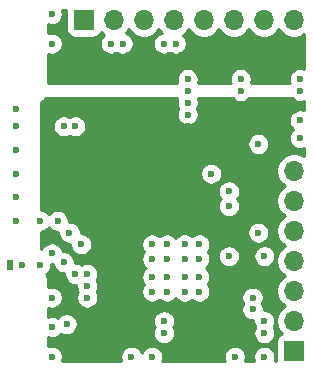
<source format=gbr>
G04 #@! TF.GenerationSoftware,KiCad,Pcbnew,(5.1.5)-3*
G04 #@! TF.CreationDate,2020-11-27T19:53:37+01:00*
G04 #@! TF.ProjectId,nRF52832-toyboard,6e524635-3238-4333-922d-746f79626f61,rev?*
G04 #@! TF.SameCoordinates,Original*
G04 #@! TF.FileFunction,Copper,L3,Inr*
G04 #@! TF.FilePolarity,Positive*
%FSLAX46Y46*%
G04 Gerber Fmt 4.6, Leading zero omitted, Abs format (unit mm)*
G04 Created by KiCad (PCBNEW (5.1.5)-3) date 2020-11-27 19:53:37*
%MOMM*%
%LPD*%
G04 APERTURE LIST*
%ADD10O,1.700000X1.700000*%
%ADD11R,1.700000X1.700000*%
%ADD12R,0.500000X0.900000*%
%ADD13C,0.600000*%
%ADD14C,0.254000*%
G04 APERTURE END LIST*
D10*
X154000000Y-98760000D03*
X154000000Y-101300000D03*
X154000000Y-103840000D03*
X154000000Y-106380000D03*
X154000000Y-108920000D03*
X154000000Y-111460000D03*
D11*
X154000000Y-114000000D03*
D10*
X154000000Y-86000000D03*
X151460000Y-86000000D03*
X148920000Y-86000000D03*
X146380000Y-86000000D03*
X143840000Y-86000000D03*
X141300000Y-86000000D03*
X138760000Y-86000000D03*
D11*
X136220000Y-86000000D03*
D12*
X130000000Y-106750000D03*
D13*
X133500000Y-114500000D03*
X133500000Y-109500000D03*
X133500000Y-85500000D03*
X133500000Y-88000000D03*
X130500000Y-93500000D03*
X130500000Y-97000000D03*
X130500000Y-99000000D03*
X130500000Y-101000000D03*
X130500000Y-103000000D03*
X154500000Y-91000000D03*
X154500000Y-92000000D03*
X149500000Y-91000000D03*
X149500000Y-92000000D03*
X130500000Y-95000000D03*
X150500000Y-110500000D03*
X151500000Y-111500000D03*
X151500000Y-112500000D03*
X150500000Y-109500000D03*
X136500000Y-108500000D03*
X136500000Y-109500000D03*
X143000000Y-111500000D03*
X143000000Y-112500000D03*
X151000000Y-104000000D03*
X151000000Y-96500000D03*
X148500000Y-106000000D03*
X145000000Y-91000000D03*
X145000000Y-92000000D03*
X145000000Y-93000000D03*
X145000000Y-94000000D03*
X148500000Y-101750000D03*
X134750000Y-111750000D03*
X140250000Y-114500000D03*
X146000000Y-105000000D03*
X133500000Y-105750000D03*
X134500000Y-106500000D03*
X135000000Y-104000000D03*
X136000000Y-105000000D03*
X134000000Y-103000000D03*
X132500000Y-103000000D03*
X131000000Y-106750000D03*
X133500000Y-112000000D03*
X136500000Y-107500000D03*
X132500000Y-106750000D03*
X139500000Y-88000000D03*
X138500000Y-88000000D03*
X135500000Y-95000000D03*
X134500000Y-95000000D03*
X146000000Y-106250000D03*
X146000000Y-107750000D03*
X142000000Y-105000000D03*
X142000000Y-106250000D03*
X143250000Y-106250000D03*
X144750000Y-106250000D03*
X144750000Y-105000000D03*
X143250000Y-105000000D03*
X146000000Y-109000000D03*
X142000000Y-109000000D03*
X142000000Y-107750000D03*
X143250000Y-107750000D03*
X144750000Y-107750000D03*
X144750000Y-109000000D03*
X143250000Y-109000000D03*
X142000000Y-114500000D03*
X149000000Y-114500000D03*
X151500000Y-114500000D03*
X154500000Y-96000000D03*
X154500000Y-94500000D03*
X135500000Y-107500000D03*
X144000000Y-88000000D03*
X143000000Y-88000000D03*
X137500000Y-103500000D03*
X145000000Y-95000000D03*
X145000000Y-96000000D03*
X148500000Y-94000000D03*
X153500000Y-94000000D03*
X141500000Y-112500000D03*
X148500000Y-113000000D03*
X149500000Y-113000000D03*
X147500000Y-101750000D03*
X140000000Y-89000000D03*
X139000000Y-89000000D03*
X138000000Y-89000000D03*
X138000000Y-90000000D03*
X143500000Y-89000000D03*
X144500000Y-89000000D03*
X142500000Y-89000000D03*
X154000000Y-89000000D03*
X153000000Y-89000000D03*
X148000000Y-89000000D03*
X149000000Y-89000000D03*
X151500000Y-106000000D03*
X148500000Y-100500000D03*
X147000000Y-99000000D03*
D14*
G36*
X144100932Y-92727271D02*
G01*
X144065000Y-92907911D01*
X144065000Y-93092089D01*
X144100932Y-93272729D01*
X144171414Y-93442889D01*
X144209574Y-93500000D01*
X144171414Y-93557111D01*
X144100932Y-93727271D01*
X144065000Y-93907911D01*
X144065000Y-94092089D01*
X144100932Y-94272729D01*
X144171414Y-94442889D01*
X144273738Y-94596028D01*
X144403972Y-94726262D01*
X144557111Y-94828586D01*
X144727271Y-94899068D01*
X144907911Y-94935000D01*
X145092089Y-94935000D01*
X145272729Y-94899068D01*
X145442889Y-94828586D01*
X145596028Y-94726262D01*
X145726262Y-94596028D01*
X145828586Y-94442889D01*
X145899068Y-94272729D01*
X145935000Y-94092089D01*
X145935000Y-93907911D01*
X145899068Y-93727271D01*
X145828586Y-93557111D01*
X145790426Y-93500000D01*
X145828586Y-93442889D01*
X145899068Y-93272729D01*
X145935000Y-93092089D01*
X145935000Y-92907911D01*
X145899068Y-92727271D01*
X145857535Y-92627000D01*
X148804710Y-92627000D01*
X148903972Y-92726262D01*
X149057111Y-92828586D01*
X149227271Y-92899068D01*
X149407911Y-92935000D01*
X149592089Y-92935000D01*
X149772729Y-92899068D01*
X149942889Y-92828586D01*
X150096028Y-92726262D01*
X150195290Y-92627000D01*
X153804710Y-92627000D01*
X153903972Y-92726262D01*
X154057111Y-92828586D01*
X154227271Y-92899068D01*
X154407911Y-92935000D01*
X154592089Y-92935000D01*
X154772729Y-92899068D01*
X154840001Y-92871203D01*
X154840001Y-93628797D01*
X154772729Y-93600932D01*
X154592089Y-93565000D01*
X154407911Y-93565000D01*
X154227271Y-93600932D01*
X154057111Y-93671414D01*
X153903972Y-93773738D01*
X153773738Y-93903972D01*
X153671414Y-94057111D01*
X153600932Y-94227271D01*
X153565000Y-94407911D01*
X153565000Y-94592089D01*
X153600932Y-94772729D01*
X153671414Y-94942889D01*
X153773738Y-95096028D01*
X153903972Y-95226262D01*
X153939498Y-95250000D01*
X153903972Y-95273738D01*
X153773738Y-95403972D01*
X153671414Y-95557111D01*
X153600932Y-95727271D01*
X153565000Y-95907911D01*
X153565000Y-96092089D01*
X153600932Y-96272729D01*
X153671414Y-96442889D01*
X153773738Y-96596028D01*
X153903972Y-96726262D01*
X154057111Y-96828586D01*
X154227271Y-96899068D01*
X154407911Y-96935000D01*
X154592089Y-96935000D01*
X154772729Y-96899068D01*
X154840001Y-96871203D01*
X154840001Y-97535276D01*
X154703411Y-97444010D01*
X154433158Y-97332068D01*
X154146260Y-97275000D01*
X153853740Y-97275000D01*
X153566842Y-97332068D01*
X153296589Y-97444010D01*
X153053368Y-97606525D01*
X152846525Y-97813368D01*
X152684010Y-98056589D01*
X152572068Y-98326842D01*
X152515000Y-98613740D01*
X152515000Y-98906260D01*
X152572068Y-99193158D01*
X152684010Y-99463411D01*
X152846525Y-99706632D01*
X153053368Y-99913475D01*
X153227760Y-100030000D01*
X153053368Y-100146525D01*
X152846525Y-100353368D01*
X152684010Y-100596589D01*
X152572068Y-100866842D01*
X152515000Y-101153740D01*
X152515000Y-101446260D01*
X152572068Y-101733158D01*
X152684010Y-102003411D01*
X152846525Y-102246632D01*
X153053368Y-102453475D01*
X153227760Y-102570000D01*
X153053368Y-102686525D01*
X152846525Y-102893368D01*
X152684010Y-103136589D01*
X152572068Y-103406842D01*
X152515000Y-103693740D01*
X152515000Y-103986260D01*
X152572068Y-104273158D01*
X152684010Y-104543411D01*
X152846525Y-104786632D01*
X153053368Y-104993475D01*
X153227760Y-105110000D01*
X153053368Y-105226525D01*
X152846525Y-105433368D01*
X152684010Y-105676589D01*
X152572068Y-105946842D01*
X152515000Y-106233740D01*
X152515000Y-106526260D01*
X152572068Y-106813158D01*
X152684010Y-107083411D01*
X152846525Y-107326632D01*
X153053368Y-107533475D01*
X153227760Y-107650000D01*
X153053368Y-107766525D01*
X152846525Y-107973368D01*
X152684010Y-108216589D01*
X152572068Y-108486842D01*
X152515000Y-108773740D01*
X152515000Y-109066260D01*
X152572068Y-109353158D01*
X152684010Y-109623411D01*
X152846525Y-109866632D01*
X153053368Y-110073475D01*
X153227760Y-110190000D01*
X153053368Y-110306525D01*
X152846525Y-110513368D01*
X152684010Y-110756589D01*
X152572068Y-111026842D01*
X152515000Y-111313740D01*
X152515000Y-111606260D01*
X152572068Y-111893158D01*
X152684010Y-112163411D01*
X152846525Y-112406632D01*
X152978380Y-112538487D01*
X152905820Y-112560498D01*
X152795506Y-112619463D01*
X152698815Y-112698815D01*
X152619463Y-112795506D01*
X152560498Y-112905820D01*
X152524188Y-113025518D01*
X152511928Y-113150000D01*
X152511928Y-114840000D01*
X152371204Y-114840000D01*
X152399068Y-114772729D01*
X152435000Y-114592089D01*
X152435000Y-114407911D01*
X152399068Y-114227271D01*
X152328586Y-114057111D01*
X152226262Y-113903972D01*
X152096028Y-113773738D01*
X151942889Y-113671414D01*
X151772729Y-113600932D01*
X151592089Y-113565000D01*
X151407911Y-113565000D01*
X151227271Y-113600932D01*
X151057111Y-113671414D01*
X150903972Y-113773738D01*
X150773738Y-113903972D01*
X150671414Y-114057111D01*
X150600932Y-114227271D01*
X150565000Y-114407911D01*
X150565000Y-114592089D01*
X150600932Y-114772729D01*
X150628796Y-114840000D01*
X149871204Y-114840000D01*
X149899068Y-114772729D01*
X149935000Y-114592089D01*
X149935000Y-114407911D01*
X149899068Y-114227271D01*
X149828586Y-114057111D01*
X149726262Y-113903972D01*
X149596028Y-113773738D01*
X149442889Y-113671414D01*
X149272729Y-113600932D01*
X149092089Y-113565000D01*
X148907911Y-113565000D01*
X148727271Y-113600932D01*
X148557111Y-113671414D01*
X148403972Y-113773738D01*
X148273738Y-113903972D01*
X148171414Y-114057111D01*
X148100932Y-114227271D01*
X148065000Y-114407911D01*
X148065000Y-114592089D01*
X148100932Y-114772729D01*
X148128796Y-114840000D01*
X142871204Y-114840000D01*
X142899068Y-114772729D01*
X142935000Y-114592089D01*
X142935000Y-114407911D01*
X142899068Y-114227271D01*
X142828586Y-114057111D01*
X142726262Y-113903972D01*
X142596028Y-113773738D01*
X142442889Y-113671414D01*
X142272729Y-113600932D01*
X142092089Y-113565000D01*
X141907911Y-113565000D01*
X141727271Y-113600932D01*
X141557111Y-113671414D01*
X141403972Y-113773738D01*
X141273738Y-113903972D01*
X141171414Y-114057111D01*
X141125000Y-114169165D01*
X141078586Y-114057111D01*
X140976262Y-113903972D01*
X140846028Y-113773738D01*
X140692889Y-113671414D01*
X140522729Y-113600932D01*
X140342089Y-113565000D01*
X140157911Y-113565000D01*
X139977271Y-113600932D01*
X139807111Y-113671414D01*
X139653972Y-113773738D01*
X139523738Y-113903972D01*
X139421414Y-114057111D01*
X139350932Y-114227271D01*
X139315000Y-114407911D01*
X139315000Y-114592089D01*
X139350932Y-114772729D01*
X139378796Y-114840000D01*
X134371204Y-114840000D01*
X134399068Y-114772729D01*
X134435000Y-114592089D01*
X134435000Y-114407911D01*
X134399068Y-114227271D01*
X134328586Y-114057111D01*
X134226262Y-113903972D01*
X134096028Y-113773738D01*
X133942889Y-113671414D01*
X133772729Y-113600932D01*
X133592089Y-113565000D01*
X133407911Y-113565000D01*
X133227271Y-113600932D01*
X133160000Y-113628796D01*
X133160000Y-112871204D01*
X133227271Y-112899068D01*
X133407911Y-112935000D01*
X133592089Y-112935000D01*
X133772729Y-112899068D01*
X133942889Y-112828586D01*
X134096028Y-112726262D01*
X134226262Y-112596028D01*
X134259274Y-112546622D01*
X134307111Y-112578586D01*
X134477271Y-112649068D01*
X134657911Y-112685000D01*
X134842089Y-112685000D01*
X135022729Y-112649068D01*
X135192889Y-112578586D01*
X135346028Y-112476262D01*
X135476262Y-112346028D01*
X135578586Y-112192889D01*
X135649068Y-112022729D01*
X135685000Y-111842089D01*
X135685000Y-111657911D01*
X135649068Y-111477271D01*
X135620339Y-111407911D01*
X142065000Y-111407911D01*
X142065000Y-111592089D01*
X142100932Y-111772729D01*
X142171414Y-111942889D01*
X142209574Y-112000000D01*
X142171414Y-112057111D01*
X142100932Y-112227271D01*
X142065000Y-112407911D01*
X142065000Y-112592089D01*
X142100932Y-112772729D01*
X142171414Y-112942889D01*
X142273738Y-113096028D01*
X142403972Y-113226262D01*
X142557111Y-113328586D01*
X142727271Y-113399068D01*
X142907911Y-113435000D01*
X143092089Y-113435000D01*
X143272729Y-113399068D01*
X143442889Y-113328586D01*
X143596028Y-113226262D01*
X143726262Y-113096028D01*
X143828586Y-112942889D01*
X143899068Y-112772729D01*
X143935000Y-112592089D01*
X143935000Y-112407911D01*
X143899068Y-112227271D01*
X143828586Y-112057111D01*
X143790426Y-112000000D01*
X143828586Y-111942889D01*
X143899068Y-111772729D01*
X143935000Y-111592089D01*
X143935000Y-111407911D01*
X143899068Y-111227271D01*
X143828586Y-111057111D01*
X143726262Y-110903972D01*
X143596028Y-110773738D01*
X143442889Y-110671414D01*
X143272729Y-110600932D01*
X143092089Y-110565000D01*
X142907911Y-110565000D01*
X142727271Y-110600932D01*
X142557111Y-110671414D01*
X142403972Y-110773738D01*
X142273738Y-110903972D01*
X142171414Y-111057111D01*
X142100932Y-111227271D01*
X142065000Y-111407911D01*
X135620339Y-111407911D01*
X135578586Y-111307111D01*
X135476262Y-111153972D01*
X135346028Y-111023738D01*
X135192889Y-110921414D01*
X135022729Y-110850932D01*
X134842089Y-110815000D01*
X134657911Y-110815000D01*
X134477271Y-110850932D01*
X134307111Y-110921414D01*
X134153972Y-111023738D01*
X134023738Y-111153972D01*
X133990726Y-111203378D01*
X133942889Y-111171414D01*
X133772729Y-111100932D01*
X133592089Y-111065000D01*
X133407911Y-111065000D01*
X133227271Y-111100932D01*
X133160000Y-111128796D01*
X133160000Y-110371204D01*
X133227271Y-110399068D01*
X133407911Y-110435000D01*
X133592089Y-110435000D01*
X133772729Y-110399068D01*
X133942889Y-110328586D01*
X134096028Y-110226262D01*
X134226262Y-110096028D01*
X134328586Y-109942889D01*
X134399068Y-109772729D01*
X134435000Y-109592089D01*
X134435000Y-109407911D01*
X134399068Y-109227271D01*
X134328586Y-109057111D01*
X134226262Y-108903972D01*
X134096028Y-108773738D01*
X133942889Y-108671414D01*
X133772729Y-108600932D01*
X133592089Y-108565000D01*
X133407911Y-108565000D01*
X133227271Y-108600932D01*
X133160000Y-108628796D01*
X133160000Y-107967581D01*
X133157251Y-107939671D01*
X133157272Y-107936693D01*
X133156373Y-107927522D01*
X133151311Y-107879360D01*
X133150450Y-107870617D01*
X133150362Y-107870325D01*
X133146173Y-107830473D01*
X133134140Y-107771854D01*
X133122936Y-107713116D01*
X133120272Y-107704294D01*
X133091416Y-107611075D01*
X133068238Y-107555937D01*
X133048798Y-107507820D01*
X133096028Y-107476262D01*
X133226262Y-107346028D01*
X133328586Y-107192889D01*
X133399068Y-107022729D01*
X133435000Y-106842089D01*
X133435000Y-106685000D01*
X133583481Y-106685000D01*
X133600932Y-106772729D01*
X133671414Y-106942889D01*
X133773738Y-107096028D01*
X133903972Y-107226262D01*
X134057111Y-107328586D01*
X134227271Y-107399068D01*
X134407911Y-107435000D01*
X134565000Y-107435000D01*
X134565000Y-107592089D01*
X134600932Y-107772729D01*
X134671414Y-107942889D01*
X134773738Y-108096028D01*
X134903972Y-108226262D01*
X135057111Y-108328586D01*
X135227271Y-108399068D01*
X135407911Y-108435000D01*
X135565000Y-108435000D01*
X135565000Y-108592089D01*
X135600932Y-108772729D01*
X135671414Y-108942889D01*
X135709574Y-109000000D01*
X135671414Y-109057111D01*
X135600932Y-109227271D01*
X135565000Y-109407911D01*
X135565000Y-109592089D01*
X135600932Y-109772729D01*
X135671414Y-109942889D01*
X135773738Y-110096028D01*
X135903972Y-110226262D01*
X136057111Y-110328586D01*
X136227271Y-110399068D01*
X136407911Y-110435000D01*
X136592089Y-110435000D01*
X136772729Y-110399068D01*
X136942889Y-110328586D01*
X137096028Y-110226262D01*
X137226262Y-110096028D01*
X137328586Y-109942889D01*
X137399068Y-109772729D01*
X137435000Y-109592089D01*
X137435000Y-109407911D01*
X137399068Y-109227271D01*
X137328586Y-109057111D01*
X137290426Y-109000000D01*
X137328586Y-108942889D01*
X137399068Y-108772729D01*
X137435000Y-108592089D01*
X137435000Y-108407911D01*
X137399068Y-108227271D01*
X137328586Y-108057111D01*
X137290426Y-108000000D01*
X137328586Y-107942889D01*
X137399068Y-107772729D01*
X137435000Y-107592089D01*
X137435000Y-107407911D01*
X137399068Y-107227271D01*
X137328586Y-107057111D01*
X137226262Y-106903972D01*
X137096028Y-106773738D01*
X136942889Y-106671414D01*
X136772729Y-106600932D01*
X136592089Y-106565000D01*
X136407911Y-106565000D01*
X136227271Y-106600932D01*
X136057111Y-106671414D01*
X136000000Y-106709574D01*
X135942889Y-106671414D01*
X135772729Y-106600932D01*
X135592089Y-106565000D01*
X135435000Y-106565000D01*
X135435000Y-106407911D01*
X135399068Y-106227271D01*
X135328586Y-106057111D01*
X135226262Y-105903972D01*
X135096028Y-105773738D01*
X134942889Y-105671414D01*
X134772729Y-105600932D01*
X134592089Y-105565000D01*
X134416519Y-105565000D01*
X134399068Y-105477271D01*
X134328586Y-105307111D01*
X134226262Y-105153972D01*
X134096028Y-105023738D01*
X133942889Y-104921414D01*
X133772729Y-104850932D01*
X133592089Y-104815000D01*
X133407911Y-104815000D01*
X133227271Y-104850932D01*
X133057111Y-104921414D01*
X132903972Y-105023738D01*
X132773738Y-105153972D01*
X132671414Y-105307111D01*
X132627000Y-105414337D01*
X132627000Y-103928056D01*
X132772729Y-103899068D01*
X132942889Y-103828586D01*
X133096028Y-103726262D01*
X133226262Y-103596028D01*
X133250000Y-103560502D01*
X133273738Y-103596028D01*
X133403972Y-103726262D01*
X133557111Y-103828586D01*
X133727271Y-103899068D01*
X133907911Y-103935000D01*
X134065000Y-103935000D01*
X134065000Y-104092089D01*
X134100932Y-104272729D01*
X134171414Y-104442889D01*
X134273738Y-104596028D01*
X134403972Y-104726262D01*
X134557111Y-104828586D01*
X134727271Y-104899068D01*
X134907911Y-104935000D01*
X135065000Y-104935000D01*
X135065000Y-105092089D01*
X135100932Y-105272729D01*
X135171414Y-105442889D01*
X135273738Y-105596028D01*
X135403972Y-105726262D01*
X135557111Y-105828586D01*
X135727271Y-105899068D01*
X135907911Y-105935000D01*
X136092089Y-105935000D01*
X136272729Y-105899068D01*
X136442889Y-105828586D01*
X136596028Y-105726262D01*
X136726262Y-105596028D01*
X136828586Y-105442889D01*
X136899068Y-105272729D01*
X136935000Y-105092089D01*
X136935000Y-104907911D01*
X141065000Y-104907911D01*
X141065000Y-105092089D01*
X141100932Y-105272729D01*
X141171414Y-105442889D01*
X141273738Y-105596028D01*
X141302710Y-105625000D01*
X141273738Y-105653972D01*
X141171414Y-105807111D01*
X141100932Y-105977271D01*
X141065000Y-106157911D01*
X141065000Y-106342089D01*
X141100932Y-106522729D01*
X141171414Y-106692889D01*
X141273738Y-106846028D01*
X141403972Y-106976262D01*
X141439498Y-107000000D01*
X141403972Y-107023738D01*
X141273738Y-107153972D01*
X141171414Y-107307111D01*
X141100932Y-107477271D01*
X141065000Y-107657911D01*
X141065000Y-107842089D01*
X141100932Y-108022729D01*
X141171414Y-108192889D01*
X141273738Y-108346028D01*
X141302710Y-108375000D01*
X141273738Y-108403972D01*
X141171414Y-108557111D01*
X141100932Y-108727271D01*
X141065000Y-108907911D01*
X141065000Y-109092089D01*
X141100932Y-109272729D01*
X141171414Y-109442889D01*
X141273738Y-109596028D01*
X141403972Y-109726262D01*
X141557111Y-109828586D01*
X141727271Y-109899068D01*
X141907911Y-109935000D01*
X142092089Y-109935000D01*
X142272729Y-109899068D01*
X142442889Y-109828586D01*
X142596028Y-109726262D01*
X142625000Y-109697290D01*
X142653972Y-109726262D01*
X142807111Y-109828586D01*
X142977271Y-109899068D01*
X143157911Y-109935000D01*
X143342089Y-109935000D01*
X143522729Y-109899068D01*
X143692889Y-109828586D01*
X143846028Y-109726262D01*
X143976262Y-109596028D01*
X144000000Y-109560502D01*
X144023738Y-109596028D01*
X144153972Y-109726262D01*
X144307111Y-109828586D01*
X144477271Y-109899068D01*
X144657911Y-109935000D01*
X144842089Y-109935000D01*
X145022729Y-109899068D01*
X145192889Y-109828586D01*
X145346028Y-109726262D01*
X145375000Y-109697290D01*
X145403972Y-109726262D01*
X145557111Y-109828586D01*
X145727271Y-109899068D01*
X145907911Y-109935000D01*
X146092089Y-109935000D01*
X146272729Y-109899068D01*
X146442889Y-109828586D01*
X146596028Y-109726262D01*
X146726262Y-109596028D01*
X146828586Y-109442889D01*
X146843074Y-109407911D01*
X149565000Y-109407911D01*
X149565000Y-109592089D01*
X149600932Y-109772729D01*
X149671414Y-109942889D01*
X149709574Y-110000000D01*
X149671414Y-110057111D01*
X149600932Y-110227271D01*
X149565000Y-110407911D01*
X149565000Y-110592089D01*
X149600932Y-110772729D01*
X149671414Y-110942889D01*
X149773738Y-111096028D01*
X149903972Y-111226262D01*
X150057111Y-111328586D01*
X150227271Y-111399068D01*
X150407911Y-111435000D01*
X150565000Y-111435000D01*
X150565000Y-111592089D01*
X150600932Y-111772729D01*
X150671414Y-111942889D01*
X150709574Y-112000000D01*
X150671414Y-112057111D01*
X150600932Y-112227271D01*
X150565000Y-112407911D01*
X150565000Y-112592089D01*
X150600932Y-112772729D01*
X150671414Y-112942889D01*
X150773738Y-113096028D01*
X150903972Y-113226262D01*
X151057111Y-113328586D01*
X151227271Y-113399068D01*
X151407911Y-113435000D01*
X151592089Y-113435000D01*
X151772729Y-113399068D01*
X151942889Y-113328586D01*
X152096028Y-113226262D01*
X152226262Y-113096028D01*
X152328586Y-112942889D01*
X152399068Y-112772729D01*
X152435000Y-112592089D01*
X152435000Y-112407911D01*
X152399068Y-112227271D01*
X152328586Y-112057111D01*
X152290426Y-112000000D01*
X152328586Y-111942889D01*
X152399068Y-111772729D01*
X152435000Y-111592089D01*
X152435000Y-111407911D01*
X152399068Y-111227271D01*
X152328586Y-111057111D01*
X152226262Y-110903972D01*
X152096028Y-110773738D01*
X151942889Y-110671414D01*
X151772729Y-110600932D01*
X151592089Y-110565000D01*
X151435000Y-110565000D01*
X151435000Y-110407911D01*
X151399068Y-110227271D01*
X151328586Y-110057111D01*
X151290426Y-110000000D01*
X151328586Y-109942889D01*
X151399068Y-109772729D01*
X151435000Y-109592089D01*
X151435000Y-109407911D01*
X151399068Y-109227271D01*
X151328586Y-109057111D01*
X151226262Y-108903972D01*
X151096028Y-108773738D01*
X150942889Y-108671414D01*
X150772729Y-108600932D01*
X150592089Y-108565000D01*
X150407911Y-108565000D01*
X150227271Y-108600932D01*
X150057111Y-108671414D01*
X149903972Y-108773738D01*
X149773738Y-108903972D01*
X149671414Y-109057111D01*
X149600932Y-109227271D01*
X149565000Y-109407911D01*
X146843074Y-109407911D01*
X146899068Y-109272729D01*
X146935000Y-109092089D01*
X146935000Y-108907911D01*
X146899068Y-108727271D01*
X146828586Y-108557111D01*
X146726262Y-108403972D01*
X146697290Y-108375000D01*
X146726262Y-108346028D01*
X146828586Y-108192889D01*
X146899068Y-108022729D01*
X146935000Y-107842089D01*
X146935000Y-107657911D01*
X146899068Y-107477271D01*
X146828586Y-107307111D01*
X146726262Y-107153972D01*
X146596028Y-107023738D01*
X146560502Y-107000000D01*
X146596028Y-106976262D01*
X146726262Y-106846028D01*
X146828586Y-106692889D01*
X146899068Y-106522729D01*
X146935000Y-106342089D01*
X146935000Y-106157911D01*
X146899068Y-105977271D01*
X146870339Y-105907911D01*
X147565000Y-105907911D01*
X147565000Y-106092089D01*
X147600932Y-106272729D01*
X147671414Y-106442889D01*
X147773738Y-106596028D01*
X147903972Y-106726262D01*
X148057111Y-106828586D01*
X148227271Y-106899068D01*
X148407911Y-106935000D01*
X148592089Y-106935000D01*
X148772729Y-106899068D01*
X148942889Y-106828586D01*
X149096028Y-106726262D01*
X149226262Y-106596028D01*
X149328586Y-106442889D01*
X149399068Y-106272729D01*
X149435000Y-106092089D01*
X149435000Y-105907911D01*
X150565000Y-105907911D01*
X150565000Y-106092089D01*
X150600932Y-106272729D01*
X150671414Y-106442889D01*
X150773738Y-106596028D01*
X150903972Y-106726262D01*
X151057111Y-106828586D01*
X151227271Y-106899068D01*
X151407911Y-106935000D01*
X151592089Y-106935000D01*
X151772729Y-106899068D01*
X151942889Y-106828586D01*
X152096028Y-106726262D01*
X152226262Y-106596028D01*
X152328586Y-106442889D01*
X152399068Y-106272729D01*
X152435000Y-106092089D01*
X152435000Y-105907911D01*
X152399068Y-105727271D01*
X152328586Y-105557111D01*
X152226262Y-105403972D01*
X152096028Y-105273738D01*
X151942889Y-105171414D01*
X151772729Y-105100932D01*
X151592089Y-105065000D01*
X151407911Y-105065000D01*
X151227271Y-105100932D01*
X151057111Y-105171414D01*
X150903972Y-105273738D01*
X150773738Y-105403972D01*
X150671414Y-105557111D01*
X150600932Y-105727271D01*
X150565000Y-105907911D01*
X149435000Y-105907911D01*
X149399068Y-105727271D01*
X149328586Y-105557111D01*
X149226262Y-105403972D01*
X149096028Y-105273738D01*
X148942889Y-105171414D01*
X148772729Y-105100932D01*
X148592089Y-105065000D01*
X148407911Y-105065000D01*
X148227271Y-105100932D01*
X148057111Y-105171414D01*
X147903972Y-105273738D01*
X147773738Y-105403972D01*
X147671414Y-105557111D01*
X147600932Y-105727271D01*
X147565000Y-105907911D01*
X146870339Y-105907911D01*
X146828586Y-105807111D01*
X146726262Y-105653972D01*
X146697290Y-105625000D01*
X146726262Y-105596028D01*
X146828586Y-105442889D01*
X146899068Y-105272729D01*
X146935000Y-105092089D01*
X146935000Y-104907911D01*
X146899068Y-104727271D01*
X146828586Y-104557111D01*
X146726262Y-104403972D01*
X146596028Y-104273738D01*
X146442889Y-104171414D01*
X146272729Y-104100932D01*
X146092089Y-104065000D01*
X145907911Y-104065000D01*
X145727271Y-104100932D01*
X145557111Y-104171414D01*
X145403972Y-104273738D01*
X145375000Y-104302710D01*
X145346028Y-104273738D01*
X145192889Y-104171414D01*
X145022729Y-104100932D01*
X144842089Y-104065000D01*
X144657911Y-104065000D01*
X144477271Y-104100932D01*
X144307111Y-104171414D01*
X144153972Y-104273738D01*
X144023738Y-104403972D01*
X144000000Y-104439498D01*
X143976262Y-104403972D01*
X143846028Y-104273738D01*
X143692889Y-104171414D01*
X143522729Y-104100932D01*
X143342089Y-104065000D01*
X143157911Y-104065000D01*
X142977271Y-104100932D01*
X142807111Y-104171414D01*
X142653972Y-104273738D01*
X142625000Y-104302710D01*
X142596028Y-104273738D01*
X142442889Y-104171414D01*
X142272729Y-104100932D01*
X142092089Y-104065000D01*
X141907911Y-104065000D01*
X141727271Y-104100932D01*
X141557111Y-104171414D01*
X141403972Y-104273738D01*
X141273738Y-104403972D01*
X141171414Y-104557111D01*
X141100932Y-104727271D01*
X141065000Y-104907911D01*
X136935000Y-104907911D01*
X136899068Y-104727271D01*
X136828586Y-104557111D01*
X136726262Y-104403972D01*
X136596028Y-104273738D01*
X136442889Y-104171414D01*
X136272729Y-104100932D01*
X136092089Y-104065000D01*
X135935000Y-104065000D01*
X135935000Y-103907911D01*
X150065000Y-103907911D01*
X150065000Y-104092089D01*
X150100932Y-104272729D01*
X150171414Y-104442889D01*
X150273738Y-104596028D01*
X150403972Y-104726262D01*
X150557111Y-104828586D01*
X150727271Y-104899068D01*
X150907911Y-104935000D01*
X151092089Y-104935000D01*
X151272729Y-104899068D01*
X151442889Y-104828586D01*
X151596028Y-104726262D01*
X151726262Y-104596028D01*
X151828586Y-104442889D01*
X151899068Y-104272729D01*
X151935000Y-104092089D01*
X151935000Y-103907911D01*
X151899068Y-103727271D01*
X151828586Y-103557111D01*
X151726262Y-103403972D01*
X151596028Y-103273738D01*
X151442889Y-103171414D01*
X151272729Y-103100932D01*
X151092089Y-103065000D01*
X150907911Y-103065000D01*
X150727271Y-103100932D01*
X150557111Y-103171414D01*
X150403972Y-103273738D01*
X150273738Y-103403972D01*
X150171414Y-103557111D01*
X150100932Y-103727271D01*
X150065000Y-103907911D01*
X135935000Y-103907911D01*
X135899068Y-103727271D01*
X135828586Y-103557111D01*
X135726262Y-103403972D01*
X135596028Y-103273738D01*
X135442889Y-103171414D01*
X135272729Y-103100932D01*
X135092089Y-103065000D01*
X134935000Y-103065000D01*
X134935000Y-102907911D01*
X134899068Y-102727271D01*
X134828586Y-102557111D01*
X134726262Y-102403972D01*
X134596028Y-102273738D01*
X134442889Y-102171414D01*
X134272729Y-102100932D01*
X134092089Y-102065000D01*
X133907911Y-102065000D01*
X133727271Y-102100932D01*
X133557111Y-102171414D01*
X133403972Y-102273738D01*
X133273738Y-102403972D01*
X133250000Y-102439498D01*
X133226262Y-102403972D01*
X133096028Y-102273738D01*
X132942889Y-102171414D01*
X132772729Y-102100932D01*
X132627000Y-102071944D01*
X132627000Y-100407911D01*
X147565000Y-100407911D01*
X147565000Y-100592089D01*
X147600932Y-100772729D01*
X147671414Y-100942889D01*
X147773738Y-101096028D01*
X147802710Y-101125000D01*
X147773738Y-101153972D01*
X147671414Y-101307111D01*
X147600932Y-101477271D01*
X147565000Y-101657911D01*
X147565000Y-101842089D01*
X147600932Y-102022729D01*
X147671414Y-102192889D01*
X147773738Y-102346028D01*
X147903972Y-102476262D01*
X148057111Y-102578586D01*
X148227271Y-102649068D01*
X148407911Y-102685000D01*
X148592089Y-102685000D01*
X148772729Y-102649068D01*
X148942889Y-102578586D01*
X149096028Y-102476262D01*
X149226262Y-102346028D01*
X149328586Y-102192889D01*
X149399068Y-102022729D01*
X149435000Y-101842089D01*
X149435000Y-101657911D01*
X149399068Y-101477271D01*
X149328586Y-101307111D01*
X149226262Y-101153972D01*
X149197290Y-101125000D01*
X149226262Y-101096028D01*
X149328586Y-100942889D01*
X149399068Y-100772729D01*
X149435000Y-100592089D01*
X149435000Y-100407911D01*
X149399068Y-100227271D01*
X149328586Y-100057111D01*
X149226262Y-99903972D01*
X149096028Y-99773738D01*
X148942889Y-99671414D01*
X148772729Y-99600932D01*
X148592089Y-99565000D01*
X148407911Y-99565000D01*
X148227271Y-99600932D01*
X148057111Y-99671414D01*
X147903972Y-99773738D01*
X147773738Y-99903972D01*
X147671414Y-100057111D01*
X147600932Y-100227271D01*
X147565000Y-100407911D01*
X132627000Y-100407911D01*
X132627000Y-98907911D01*
X146065000Y-98907911D01*
X146065000Y-99092089D01*
X146100932Y-99272729D01*
X146171414Y-99442889D01*
X146273738Y-99596028D01*
X146403972Y-99726262D01*
X146557111Y-99828586D01*
X146727271Y-99899068D01*
X146907911Y-99935000D01*
X147092089Y-99935000D01*
X147272729Y-99899068D01*
X147442889Y-99828586D01*
X147596028Y-99726262D01*
X147726262Y-99596028D01*
X147828586Y-99442889D01*
X147899068Y-99272729D01*
X147935000Y-99092089D01*
X147935000Y-98907911D01*
X147899068Y-98727271D01*
X147828586Y-98557111D01*
X147726262Y-98403972D01*
X147596028Y-98273738D01*
X147442889Y-98171414D01*
X147272729Y-98100932D01*
X147092089Y-98065000D01*
X146907911Y-98065000D01*
X146727271Y-98100932D01*
X146557111Y-98171414D01*
X146403972Y-98273738D01*
X146273738Y-98403972D01*
X146171414Y-98557111D01*
X146100932Y-98727271D01*
X146065000Y-98907911D01*
X132627000Y-98907911D01*
X132627000Y-96407911D01*
X150065000Y-96407911D01*
X150065000Y-96592089D01*
X150100932Y-96772729D01*
X150171414Y-96942889D01*
X150273738Y-97096028D01*
X150403972Y-97226262D01*
X150557111Y-97328586D01*
X150727271Y-97399068D01*
X150907911Y-97435000D01*
X151092089Y-97435000D01*
X151272729Y-97399068D01*
X151442889Y-97328586D01*
X151596028Y-97226262D01*
X151726262Y-97096028D01*
X151828586Y-96942889D01*
X151899068Y-96772729D01*
X151935000Y-96592089D01*
X151935000Y-96407911D01*
X151899068Y-96227271D01*
X151828586Y-96057111D01*
X151726262Y-95903972D01*
X151596028Y-95773738D01*
X151442889Y-95671414D01*
X151272729Y-95600932D01*
X151092089Y-95565000D01*
X150907911Y-95565000D01*
X150727271Y-95600932D01*
X150557111Y-95671414D01*
X150403972Y-95773738D01*
X150273738Y-95903972D01*
X150171414Y-96057111D01*
X150100932Y-96227271D01*
X150065000Y-96407911D01*
X132627000Y-96407911D01*
X132627000Y-94907911D01*
X133565000Y-94907911D01*
X133565000Y-95092089D01*
X133600932Y-95272729D01*
X133671414Y-95442889D01*
X133773738Y-95596028D01*
X133903972Y-95726262D01*
X134057111Y-95828586D01*
X134227271Y-95899068D01*
X134407911Y-95935000D01*
X134592089Y-95935000D01*
X134772729Y-95899068D01*
X134942889Y-95828586D01*
X135000000Y-95790426D01*
X135057111Y-95828586D01*
X135227271Y-95899068D01*
X135407911Y-95935000D01*
X135592089Y-95935000D01*
X135772729Y-95899068D01*
X135942889Y-95828586D01*
X136096028Y-95726262D01*
X136226262Y-95596028D01*
X136328586Y-95442889D01*
X136399068Y-95272729D01*
X136435000Y-95092089D01*
X136435000Y-94907911D01*
X136399068Y-94727271D01*
X136328586Y-94557111D01*
X136226262Y-94403972D01*
X136096028Y-94273738D01*
X135942889Y-94171414D01*
X135772729Y-94100932D01*
X135592089Y-94065000D01*
X135407911Y-94065000D01*
X135227271Y-94100932D01*
X135057111Y-94171414D01*
X135000000Y-94209574D01*
X134942889Y-94171414D01*
X134772729Y-94100932D01*
X134592089Y-94065000D01*
X134407911Y-94065000D01*
X134227271Y-94100932D01*
X134057111Y-94171414D01*
X133903972Y-94273738D01*
X133773738Y-94403972D01*
X133671414Y-94557111D01*
X133600932Y-94727271D01*
X133565000Y-94907911D01*
X132627000Y-94907911D01*
X132627000Y-92972497D01*
X132643098Y-92961638D01*
X132693156Y-92928881D01*
X132700297Y-92923057D01*
X132775486Y-92860855D01*
X132817639Y-92818406D01*
X132860371Y-92776561D01*
X132866245Y-92769460D01*
X132927921Y-92693840D01*
X132961052Y-92643975D01*
X132972675Y-92627000D01*
X144142465Y-92627000D01*
X144100932Y-92727271D01*
G37*
X144100932Y-92727271D02*
X144065000Y-92907911D01*
X144065000Y-93092089D01*
X144100932Y-93272729D01*
X144171414Y-93442889D01*
X144209574Y-93500000D01*
X144171414Y-93557111D01*
X144100932Y-93727271D01*
X144065000Y-93907911D01*
X144065000Y-94092089D01*
X144100932Y-94272729D01*
X144171414Y-94442889D01*
X144273738Y-94596028D01*
X144403972Y-94726262D01*
X144557111Y-94828586D01*
X144727271Y-94899068D01*
X144907911Y-94935000D01*
X145092089Y-94935000D01*
X145272729Y-94899068D01*
X145442889Y-94828586D01*
X145596028Y-94726262D01*
X145726262Y-94596028D01*
X145828586Y-94442889D01*
X145899068Y-94272729D01*
X145935000Y-94092089D01*
X145935000Y-93907911D01*
X145899068Y-93727271D01*
X145828586Y-93557111D01*
X145790426Y-93500000D01*
X145828586Y-93442889D01*
X145899068Y-93272729D01*
X145935000Y-93092089D01*
X145935000Y-92907911D01*
X145899068Y-92727271D01*
X145857535Y-92627000D01*
X148804710Y-92627000D01*
X148903972Y-92726262D01*
X149057111Y-92828586D01*
X149227271Y-92899068D01*
X149407911Y-92935000D01*
X149592089Y-92935000D01*
X149772729Y-92899068D01*
X149942889Y-92828586D01*
X150096028Y-92726262D01*
X150195290Y-92627000D01*
X153804710Y-92627000D01*
X153903972Y-92726262D01*
X154057111Y-92828586D01*
X154227271Y-92899068D01*
X154407911Y-92935000D01*
X154592089Y-92935000D01*
X154772729Y-92899068D01*
X154840001Y-92871203D01*
X154840001Y-93628797D01*
X154772729Y-93600932D01*
X154592089Y-93565000D01*
X154407911Y-93565000D01*
X154227271Y-93600932D01*
X154057111Y-93671414D01*
X153903972Y-93773738D01*
X153773738Y-93903972D01*
X153671414Y-94057111D01*
X153600932Y-94227271D01*
X153565000Y-94407911D01*
X153565000Y-94592089D01*
X153600932Y-94772729D01*
X153671414Y-94942889D01*
X153773738Y-95096028D01*
X153903972Y-95226262D01*
X153939498Y-95250000D01*
X153903972Y-95273738D01*
X153773738Y-95403972D01*
X153671414Y-95557111D01*
X153600932Y-95727271D01*
X153565000Y-95907911D01*
X153565000Y-96092089D01*
X153600932Y-96272729D01*
X153671414Y-96442889D01*
X153773738Y-96596028D01*
X153903972Y-96726262D01*
X154057111Y-96828586D01*
X154227271Y-96899068D01*
X154407911Y-96935000D01*
X154592089Y-96935000D01*
X154772729Y-96899068D01*
X154840001Y-96871203D01*
X154840001Y-97535276D01*
X154703411Y-97444010D01*
X154433158Y-97332068D01*
X154146260Y-97275000D01*
X153853740Y-97275000D01*
X153566842Y-97332068D01*
X153296589Y-97444010D01*
X153053368Y-97606525D01*
X152846525Y-97813368D01*
X152684010Y-98056589D01*
X152572068Y-98326842D01*
X152515000Y-98613740D01*
X152515000Y-98906260D01*
X152572068Y-99193158D01*
X152684010Y-99463411D01*
X152846525Y-99706632D01*
X153053368Y-99913475D01*
X153227760Y-100030000D01*
X153053368Y-100146525D01*
X152846525Y-100353368D01*
X152684010Y-100596589D01*
X152572068Y-100866842D01*
X152515000Y-101153740D01*
X152515000Y-101446260D01*
X152572068Y-101733158D01*
X152684010Y-102003411D01*
X152846525Y-102246632D01*
X153053368Y-102453475D01*
X153227760Y-102570000D01*
X153053368Y-102686525D01*
X152846525Y-102893368D01*
X152684010Y-103136589D01*
X152572068Y-103406842D01*
X152515000Y-103693740D01*
X152515000Y-103986260D01*
X152572068Y-104273158D01*
X152684010Y-104543411D01*
X152846525Y-104786632D01*
X153053368Y-104993475D01*
X153227760Y-105110000D01*
X153053368Y-105226525D01*
X152846525Y-105433368D01*
X152684010Y-105676589D01*
X152572068Y-105946842D01*
X152515000Y-106233740D01*
X152515000Y-106526260D01*
X152572068Y-106813158D01*
X152684010Y-107083411D01*
X152846525Y-107326632D01*
X153053368Y-107533475D01*
X153227760Y-107650000D01*
X153053368Y-107766525D01*
X152846525Y-107973368D01*
X152684010Y-108216589D01*
X152572068Y-108486842D01*
X152515000Y-108773740D01*
X152515000Y-109066260D01*
X152572068Y-109353158D01*
X152684010Y-109623411D01*
X152846525Y-109866632D01*
X153053368Y-110073475D01*
X153227760Y-110190000D01*
X153053368Y-110306525D01*
X152846525Y-110513368D01*
X152684010Y-110756589D01*
X152572068Y-111026842D01*
X152515000Y-111313740D01*
X152515000Y-111606260D01*
X152572068Y-111893158D01*
X152684010Y-112163411D01*
X152846525Y-112406632D01*
X152978380Y-112538487D01*
X152905820Y-112560498D01*
X152795506Y-112619463D01*
X152698815Y-112698815D01*
X152619463Y-112795506D01*
X152560498Y-112905820D01*
X152524188Y-113025518D01*
X152511928Y-113150000D01*
X152511928Y-114840000D01*
X152371204Y-114840000D01*
X152399068Y-114772729D01*
X152435000Y-114592089D01*
X152435000Y-114407911D01*
X152399068Y-114227271D01*
X152328586Y-114057111D01*
X152226262Y-113903972D01*
X152096028Y-113773738D01*
X151942889Y-113671414D01*
X151772729Y-113600932D01*
X151592089Y-113565000D01*
X151407911Y-113565000D01*
X151227271Y-113600932D01*
X151057111Y-113671414D01*
X150903972Y-113773738D01*
X150773738Y-113903972D01*
X150671414Y-114057111D01*
X150600932Y-114227271D01*
X150565000Y-114407911D01*
X150565000Y-114592089D01*
X150600932Y-114772729D01*
X150628796Y-114840000D01*
X149871204Y-114840000D01*
X149899068Y-114772729D01*
X149935000Y-114592089D01*
X149935000Y-114407911D01*
X149899068Y-114227271D01*
X149828586Y-114057111D01*
X149726262Y-113903972D01*
X149596028Y-113773738D01*
X149442889Y-113671414D01*
X149272729Y-113600932D01*
X149092089Y-113565000D01*
X148907911Y-113565000D01*
X148727271Y-113600932D01*
X148557111Y-113671414D01*
X148403972Y-113773738D01*
X148273738Y-113903972D01*
X148171414Y-114057111D01*
X148100932Y-114227271D01*
X148065000Y-114407911D01*
X148065000Y-114592089D01*
X148100932Y-114772729D01*
X148128796Y-114840000D01*
X142871204Y-114840000D01*
X142899068Y-114772729D01*
X142935000Y-114592089D01*
X142935000Y-114407911D01*
X142899068Y-114227271D01*
X142828586Y-114057111D01*
X142726262Y-113903972D01*
X142596028Y-113773738D01*
X142442889Y-113671414D01*
X142272729Y-113600932D01*
X142092089Y-113565000D01*
X141907911Y-113565000D01*
X141727271Y-113600932D01*
X141557111Y-113671414D01*
X141403972Y-113773738D01*
X141273738Y-113903972D01*
X141171414Y-114057111D01*
X141125000Y-114169165D01*
X141078586Y-114057111D01*
X140976262Y-113903972D01*
X140846028Y-113773738D01*
X140692889Y-113671414D01*
X140522729Y-113600932D01*
X140342089Y-113565000D01*
X140157911Y-113565000D01*
X139977271Y-113600932D01*
X139807111Y-113671414D01*
X139653972Y-113773738D01*
X139523738Y-113903972D01*
X139421414Y-114057111D01*
X139350932Y-114227271D01*
X139315000Y-114407911D01*
X139315000Y-114592089D01*
X139350932Y-114772729D01*
X139378796Y-114840000D01*
X134371204Y-114840000D01*
X134399068Y-114772729D01*
X134435000Y-114592089D01*
X134435000Y-114407911D01*
X134399068Y-114227271D01*
X134328586Y-114057111D01*
X134226262Y-113903972D01*
X134096028Y-113773738D01*
X133942889Y-113671414D01*
X133772729Y-113600932D01*
X133592089Y-113565000D01*
X133407911Y-113565000D01*
X133227271Y-113600932D01*
X133160000Y-113628796D01*
X133160000Y-112871204D01*
X133227271Y-112899068D01*
X133407911Y-112935000D01*
X133592089Y-112935000D01*
X133772729Y-112899068D01*
X133942889Y-112828586D01*
X134096028Y-112726262D01*
X134226262Y-112596028D01*
X134259274Y-112546622D01*
X134307111Y-112578586D01*
X134477271Y-112649068D01*
X134657911Y-112685000D01*
X134842089Y-112685000D01*
X135022729Y-112649068D01*
X135192889Y-112578586D01*
X135346028Y-112476262D01*
X135476262Y-112346028D01*
X135578586Y-112192889D01*
X135649068Y-112022729D01*
X135685000Y-111842089D01*
X135685000Y-111657911D01*
X135649068Y-111477271D01*
X135620339Y-111407911D01*
X142065000Y-111407911D01*
X142065000Y-111592089D01*
X142100932Y-111772729D01*
X142171414Y-111942889D01*
X142209574Y-112000000D01*
X142171414Y-112057111D01*
X142100932Y-112227271D01*
X142065000Y-112407911D01*
X142065000Y-112592089D01*
X142100932Y-112772729D01*
X142171414Y-112942889D01*
X142273738Y-113096028D01*
X142403972Y-113226262D01*
X142557111Y-113328586D01*
X142727271Y-113399068D01*
X142907911Y-113435000D01*
X143092089Y-113435000D01*
X143272729Y-113399068D01*
X143442889Y-113328586D01*
X143596028Y-113226262D01*
X143726262Y-113096028D01*
X143828586Y-112942889D01*
X143899068Y-112772729D01*
X143935000Y-112592089D01*
X143935000Y-112407911D01*
X143899068Y-112227271D01*
X143828586Y-112057111D01*
X143790426Y-112000000D01*
X143828586Y-111942889D01*
X143899068Y-111772729D01*
X143935000Y-111592089D01*
X143935000Y-111407911D01*
X143899068Y-111227271D01*
X143828586Y-111057111D01*
X143726262Y-110903972D01*
X143596028Y-110773738D01*
X143442889Y-110671414D01*
X143272729Y-110600932D01*
X143092089Y-110565000D01*
X142907911Y-110565000D01*
X142727271Y-110600932D01*
X142557111Y-110671414D01*
X142403972Y-110773738D01*
X142273738Y-110903972D01*
X142171414Y-111057111D01*
X142100932Y-111227271D01*
X142065000Y-111407911D01*
X135620339Y-111407911D01*
X135578586Y-111307111D01*
X135476262Y-111153972D01*
X135346028Y-111023738D01*
X135192889Y-110921414D01*
X135022729Y-110850932D01*
X134842089Y-110815000D01*
X134657911Y-110815000D01*
X134477271Y-110850932D01*
X134307111Y-110921414D01*
X134153972Y-111023738D01*
X134023738Y-111153972D01*
X133990726Y-111203378D01*
X133942889Y-111171414D01*
X133772729Y-111100932D01*
X133592089Y-111065000D01*
X133407911Y-111065000D01*
X133227271Y-111100932D01*
X133160000Y-111128796D01*
X133160000Y-110371204D01*
X133227271Y-110399068D01*
X133407911Y-110435000D01*
X133592089Y-110435000D01*
X133772729Y-110399068D01*
X133942889Y-110328586D01*
X134096028Y-110226262D01*
X134226262Y-110096028D01*
X134328586Y-109942889D01*
X134399068Y-109772729D01*
X134435000Y-109592089D01*
X134435000Y-109407911D01*
X134399068Y-109227271D01*
X134328586Y-109057111D01*
X134226262Y-108903972D01*
X134096028Y-108773738D01*
X133942889Y-108671414D01*
X133772729Y-108600932D01*
X133592089Y-108565000D01*
X133407911Y-108565000D01*
X133227271Y-108600932D01*
X133160000Y-108628796D01*
X133160000Y-107967581D01*
X133157251Y-107939671D01*
X133157272Y-107936693D01*
X133156373Y-107927522D01*
X133151311Y-107879360D01*
X133150450Y-107870617D01*
X133150362Y-107870325D01*
X133146173Y-107830473D01*
X133134140Y-107771854D01*
X133122936Y-107713116D01*
X133120272Y-107704294D01*
X133091416Y-107611075D01*
X133068238Y-107555937D01*
X133048798Y-107507820D01*
X133096028Y-107476262D01*
X133226262Y-107346028D01*
X133328586Y-107192889D01*
X133399068Y-107022729D01*
X133435000Y-106842089D01*
X133435000Y-106685000D01*
X133583481Y-106685000D01*
X133600932Y-106772729D01*
X133671414Y-106942889D01*
X133773738Y-107096028D01*
X133903972Y-107226262D01*
X134057111Y-107328586D01*
X134227271Y-107399068D01*
X134407911Y-107435000D01*
X134565000Y-107435000D01*
X134565000Y-107592089D01*
X134600932Y-107772729D01*
X134671414Y-107942889D01*
X134773738Y-108096028D01*
X134903972Y-108226262D01*
X135057111Y-108328586D01*
X135227271Y-108399068D01*
X135407911Y-108435000D01*
X135565000Y-108435000D01*
X135565000Y-108592089D01*
X135600932Y-108772729D01*
X135671414Y-108942889D01*
X135709574Y-109000000D01*
X135671414Y-109057111D01*
X135600932Y-109227271D01*
X135565000Y-109407911D01*
X135565000Y-109592089D01*
X135600932Y-109772729D01*
X135671414Y-109942889D01*
X135773738Y-110096028D01*
X135903972Y-110226262D01*
X136057111Y-110328586D01*
X136227271Y-110399068D01*
X136407911Y-110435000D01*
X136592089Y-110435000D01*
X136772729Y-110399068D01*
X136942889Y-110328586D01*
X137096028Y-110226262D01*
X137226262Y-110096028D01*
X137328586Y-109942889D01*
X137399068Y-109772729D01*
X137435000Y-109592089D01*
X137435000Y-109407911D01*
X137399068Y-109227271D01*
X137328586Y-109057111D01*
X137290426Y-109000000D01*
X137328586Y-108942889D01*
X137399068Y-108772729D01*
X137435000Y-108592089D01*
X137435000Y-108407911D01*
X137399068Y-108227271D01*
X137328586Y-108057111D01*
X137290426Y-108000000D01*
X137328586Y-107942889D01*
X137399068Y-107772729D01*
X137435000Y-107592089D01*
X137435000Y-107407911D01*
X137399068Y-107227271D01*
X137328586Y-107057111D01*
X137226262Y-106903972D01*
X137096028Y-106773738D01*
X136942889Y-106671414D01*
X136772729Y-106600932D01*
X136592089Y-106565000D01*
X136407911Y-106565000D01*
X136227271Y-106600932D01*
X136057111Y-106671414D01*
X136000000Y-106709574D01*
X135942889Y-106671414D01*
X135772729Y-106600932D01*
X135592089Y-106565000D01*
X135435000Y-106565000D01*
X135435000Y-106407911D01*
X135399068Y-106227271D01*
X135328586Y-106057111D01*
X135226262Y-105903972D01*
X135096028Y-105773738D01*
X134942889Y-105671414D01*
X134772729Y-105600932D01*
X134592089Y-105565000D01*
X134416519Y-105565000D01*
X134399068Y-105477271D01*
X134328586Y-105307111D01*
X134226262Y-105153972D01*
X134096028Y-105023738D01*
X133942889Y-104921414D01*
X133772729Y-104850932D01*
X133592089Y-104815000D01*
X133407911Y-104815000D01*
X133227271Y-104850932D01*
X133057111Y-104921414D01*
X132903972Y-105023738D01*
X132773738Y-105153972D01*
X132671414Y-105307111D01*
X132627000Y-105414337D01*
X132627000Y-103928056D01*
X132772729Y-103899068D01*
X132942889Y-103828586D01*
X133096028Y-103726262D01*
X133226262Y-103596028D01*
X133250000Y-103560502D01*
X133273738Y-103596028D01*
X133403972Y-103726262D01*
X133557111Y-103828586D01*
X133727271Y-103899068D01*
X133907911Y-103935000D01*
X134065000Y-103935000D01*
X134065000Y-104092089D01*
X134100932Y-104272729D01*
X134171414Y-104442889D01*
X134273738Y-104596028D01*
X134403972Y-104726262D01*
X134557111Y-104828586D01*
X134727271Y-104899068D01*
X134907911Y-104935000D01*
X135065000Y-104935000D01*
X135065000Y-105092089D01*
X135100932Y-105272729D01*
X135171414Y-105442889D01*
X135273738Y-105596028D01*
X135403972Y-105726262D01*
X135557111Y-105828586D01*
X135727271Y-105899068D01*
X135907911Y-105935000D01*
X136092089Y-105935000D01*
X136272729Y-105899068D01*
X136442889Y-105828586D01*
X136596028Y-105726262D01*
X136726262Y-105596028D01*
X136828586Y-105442889D01*
X136899068Y-105272729D01*
X136935000Y-105092089D01*
X136935000Y-104907911D01*
X141065000Y-104907911D01*
X141065000Y-105092089D01*
X141100932Y-105272729D01*
X141171414Y-105442889D01*
X141273738Y-105596028D01*
X141302710Y-105625000D01*
X141273738Y-105653972D01*
X141171414Y-105807111D01*
X141100932Y-105977271D01*
X141065000Y-106157911D01*
X141065000Y-106342089D01*
X141100932Y-106522729D01*
X141171414Y-106692889D01*
X141273738Y-106846028D01*
X141403972Y-106976262D01*
X141439498Y-107000000D01*
X141403972Y-107023738D01*
X141273738Y-107153972D01*
X141171414Y-107307111D01*
X141100932Y-107477271D01*
X141065000Y-107657911D01*
X141065000Y-107842089D01*
X141100932Y-108022729D01*
X141171414Y-108192889D01*
X141273738Y-108346028D01*
X141302710Y-108375000D01*
X141273738Y-108403972D01*
X141171414Y-108557111D01*
X141100932Y-108727271D01*
X141065000Y-108907911D01*
X141065000Y-109092089D01*
X141100932Y-109272729D01*
X141171414Y-109442889D01*
X141273738Y-109596028D01*
X141403972Y-109726262D01*
X141557111Y-109828586D01*
X141727271Y-109899068D01*
X141907911Y-109935000D01*
X142092089Y-109935000D01*
X142272729Y-109899068D01*
X142442889Y-109828586D01*
X142596028Y-109726262D01*
X142625000Y-109697290D01*
X142653972Y-109726262D01*
X142807111Y-109828586D01*
X142977271Y-109899068D01*
X143157911Y-109935000D01*
X143342089Y-109935000D01*
X143522729Y-109899068D01*
X143692889Y-109828586D01*
X143846028Y-109726262D01*
X143976262Y-109596028D01*
X144000000Y-109560502D01*
X144023738Y-109596028D01*
X144153972Y-109726262D01*
X144307111Y-109828586D01*
X144477271Y-109899068D01*
X144657911Y-109935000D01*
X144842089Y-109935000D01*
X145022729Y-109899068D01*
X145192889Y-109828586D01*
X145346028Y-109726262D01*
X145375000Y-109697290D01*
X145403972Y-109726262D01*
X145557111Y-109828586D01*
X145727271Y-109899068D01*
X145907911Y-109935000D01*
X146092089Y-109935000D01*
X146272729Y-109899068D01*
X146442889Y-109828586D01*
X146596028Y-109726262D01*
X146726262Y-109596028D01*
X146828586Y-109442889D01*
X146843074Y-109407911D01*
X149565000Y-109407911D01*
X149565000Y-109592089D01*
X149600932Y-109772729D01*
X149671414Y-109942889D01*
X149709574Y-110000000D01*
X149671414Y-110057111D01*
X149600932Y-110227271D01*
X149565000Y-110407911D01*
X149565000Y-110592089D01*
X149600932Y-110772729D01*
X149671414Y-110942889D01*
X149773738Y-111096028D01*
X149903972Y-111226262D01*
X150057111Y-111328586D01*
X150227271Y-111399068D01*
X150407911Y-111435000D01*
X150565000Y-111435000D01*
X150565000Y-111592089D01*
X150600932Y-111772729D01*
X150671414Y-111942889D01*
X150709574Y-112000000D01*
X150671414Y-112057111D01*
X150600932Y-112227271D01*
X150565000Y-112407911D01*
X150565000Y-112592089D01*
X150600932Y-112772729D01*
X150671414Y-112942889D01*
X150773738Y-113096028D01*
X150903972Y-113226262D01*
X151057111Y-113328586D01*
X151227271Y-113399068D01*
X151407911Y-113435000D01*
X151592089Y-113435000D01*
X151772729Y-113399068D01*
X151942889Y-113328586D01*
X152096028Y-113226262D01*
X152226262Y-113096028D01*
X152328586Y-112942889D01*
X152399068Y-112772729D01*
X152435000Y-112592089D01*
X152435000Y-112407911D01*
X152399068Y-112227271D01*
X152328586Y-112057111D01*
X152290426Y-112000000D01*
X152328586Y-111942889D01*
X152399068Y-111772729D01*
X152435000Y-111592089D01*
X152435000Y-111407911D01*
X152399068Y-111227271D01*
X152328586Y-111057111D01*
X152226262Y-110903972D01*
X152096028Y-110773738D01*
X151942889Y-110671414D01*
X151772729Y-110600932D01*
X151592089Y-110565000D01*
X151435000Y-110565000D01*
X151435000Y-110407911D01*
X151399068Y-110227271D01*
X151328586Y-110057111D01*
X151290426Y-110000000D01*
X151328586Y-109942889D01*
X151399068Y-109772729D01*
X151435000Y-109592089D01*
X151435000Y-109407911D01*
X151399068Y-109227271D01*
X151328586Y-109057111D01*
X151226262Y-108903972D01*
X151096028Y-108773738D01*
X150942889Y-108671414D01*
X150772729Y-108600932D01*
X150592089Y-108565000D01*
X150407911Y-108565000D01*
X150227271Y-108600932D01*
X150057111Y-108671414D01*
X149903972Y-108773738D01*
X149773738Y-108903972D01*
X149671414Y-109057111D01*
X149600932Y-109227271D01*
X149565000Y-109407911D01*
X146843074Y-109407911D01*
X146899068Y-109272729D01*
X146935000Y-109092089D01*
X146935000Y-108907911D01*
X146899068Y-108727271D01*
X146828586Y-108557111D01*
X146726262Y-108403972D01*
X146697290Y-108375000D01*
X146726262Y-108346028D01*
X146828586Y-108192889D01*
X146899068Y-108022729D01*
X146935000Y-107842089D01*
X146935000Y-107657911D01*
X146899068Y-107477271D01*
X146828586Y-107307111D01*
X146726262Y-107153972D01*
X146596028Y-107023738D01*
X146560502Y-107000000D01*
X146596028Y-106976262D01*
X146726262Y-106846028D01*
X146828586Y-106692889D01*
X146899068Y-106522729D01*
X146935000Y-106342089D01*
X146935000Y-106157911D01*
X146899068Y-105977271D01*
X146870339Y-105907911D01*
X147565000Y-105907911D01*
X147565000Y-106092089D01*
X147600932Y-106272729D01*
X147671414Y-106442889D01*
X147773738Y-106596028D01*
X147903972Y-106726262D01*
X148057111Y-106828586D01*
X148227271Y-106899068D01*
X148407911Y-106935000D01*
X148592089Y-106935000D01*
X148772729Y-106899068D01*
X148942889Y-106828586D01*
X149096028Y-106726262D01*
X149226262Y-106596028D01*
X149328586Y-106442889D01*
X149399068Y-106272729D01*
X149435000Y-106092089D01*
X149435000Y-105907911D01*
X150565000Y-105907911D01*
X150565000Y-106092089D01*
X150600932Y-106272729D01*
X150671414Y-106442889D01*
X150773738Y-106596028D01*
X150903972Y-106726262D01*
X151057111Y-106828586D01*
X151227271Y-106899068D01*
X151407911Y-106935000D01*
X151592089Y-106935000D01*
X151772729Y-106899068D01*
X151942889Y-106828586D01*
X152096028Y-106726262D01*
X152226262Y-106596028D01*
X152328586Y-106442889D01*
X152399068Y-106272729D01*
X152435000Y-106092089D01*
X152435000Y-105907911D01*
X152399068Y-105727271D01*
X152328586Y-105557111D01*
X152226262Y-105403972D01*
X152096028Y-105273738D01*
X151942889Y-105171414D01*
X151772729Y-105100932D01*
X151592089Y-105065000D01*
X151407911Y-105065000D01*
X151227271Y-105100932D01*
X151057111Y-105171414D01*
X150903972Y-105273738D01*
X150773738Y-105403972D01*
X150671414Y-105557111D01*
X150600932Y-105727271D01*
X150565000Y-105907911D01*
X149435000Y-105907911D01*
X149399068Y-105727271D01*
X149328586Y-105557111D01*
X149226262Y-105403972D01*
X149096028Y-105273738D01*
X148942889Y-105171414D01*
X148772729Y-105100932D01*
X148592089Y-105065000D01*
X148407911Y-105065000D01*
X148227271Y-105100932D01*
X148057111Y-105171414D01*
X147903972Y-105273738D01*
X147773738Y-105403972D01*
X147671414Y-105557111D01*
X147600932Y-105727271D01*
X147565000Y-105907911D01*
X146870339Y-105907911D01*
X146828586Y-105807111D01*
X146726262Y-105653972D01*
X146697290Y-105625000D01*
X146726262Y-105596028D01*
X146828586Y-105442889D01*
X146899068Y-105272729D01*
X146935000Y-105092089D01*
X146935000Y-104907911D01*
X146899068Y-104727271D01*
X146828586Y-104557111D01*
X146726262Y-104403972D01*
X146596028Y-104273738D01*
X146442889Y-104171414D01*
X146272729Y-104100932D01*
X146092089Y-104065000D01*
X145907911Y-104065000D01*
X145727271Y-104100932D01*
X145557111Y-104171414D01*
X145403972Y-104273738D01*
X145375000Y-104302710D01*
X145346028Y-104273738D01*
X145192889Y-104171414D01*
X145022729Y-104100932D01*
X144842089Y-104065000D01*
X144657911Y-104065000D01*
X144477271Y-104100932D01*
X144307111Y-104171414D01*
X144153972Y-104273738D01*
X144023738Y-104403972D01*
X144000000Y-104439498D01*
X143976262Y-104403972D01*
X143846028Y-104273738D01*
X143692889Y-104171414D01*
X143522729Y-104100932D01*
X143342089Y-104065000D01*
X143157911Y-104065000D01*
X142977271Y-104100932D01*
X142807111Y-104171414D01*
X142653972Y-104273738D01*
X142625000Y-104302710D01*
X142596028Y-104273738D01*
X142442889Y-104171414D01*
X142272729Y-104100932D01*
X142092089Y-104065000D01*
X141907911Y-104065000D01*
X141727271Y-104100932D01*
X141557111Y-104171414D01*
X141403972Y-104273738D01*
X141273738Y-104403972D01*
X141171414Y-104557111D01*
X141100932Y-104727271D01*
X141065000Y-104907911D01*
X136935000Y-104907911D01*
X136899068Y-104727271D01*
X136828586Y-104557111D01*
X136726262Y-104403972D01*
X136596028Y-104273738D01*
X136442889Y-104171414D01*
X136272729Y-104100932D01*
X136092089Y-104065000D01*
X135935000Y-104065000D01*
X135935000Y-103907911D01*
X150065000Y-103907911D01*
X150065000Y-104092089D01*
X150100932Y-104272729D01*
X150171414Y-104442889D01*
X150273738Y-104596028D01*
X150403972Y-104726262D01*
X150557111Y-104828586D01*
X150727271Y-104899068D01*
X150907911Y-104935000D01*
X151092089Y-104935000D01*
X151272729Y-104899068D01*
X151442889Y-104828586D01*
X151596028Y-104726262D01*
X151726262Y-104596028D01*
X151828586Y-104442889D01*
X151899068Y-104272729D01*
X151935000Y-104092089D01*
X151935000Y-103907911D01*
X151899068Y-103727271D01*
X151828586Y-103557111D01*
X151726262Y-103403972D01*
X151596028Y-103273738D01*
X151442889Y-103171414D01*
X151272729Y-103100932D01*
X151092089Y-103065000D01*
X150907911Y-103065000D01*
X150727271Y-103100932D01*
X150557111Y-103171414D01*
X150403972Y-103273738D01*
X150273738Y-103403972D01*
X150171414Y-103557111D01*
X150100932Y-103727271D01*
X150065000Y-103907911D01*
X135935000Y-103907911D01*
X135899068Y-103727271D01*
X135828586Y-103557111D01*
X135726262Y-103403972D01*
X135596028Y-103273738D01*
X135442889Y-103171414D01*
X135272729Y-103100932D01*
X135092089Y-103065000D01*
X134935000Y-103065000D01*
X134935000Y-102907911D01*
X134899068Y-102727271D01*
X134828586Y-102557111D01*
X134726262Y-102403972D01*
X134596028Y-102273738D01*
X134442889Y-102171414D01*
X134272729Y-102100932D01*
X134092089Y-102065000D01*
X133907911Y-102065000D01*
X133727271Y-102100932D01*
X133557111Y-102171414D01*
X133403972Y-102273738D01*
X133273738Y-102403972D01*
X133250000Y-102439498D01*
X133226262Y-102403972D01*
X133096028Y-102273738D01*
X132942889Y-102171414D01*
X132772729Y-102100932D01*
X132627000Y-102071944D01*
X132627000Y-100407911D01*
X147565000Y-100407911D01*
X147565000Y-100592089D01*
X147600932Y-100772729D01*
X147671414Y-100942889D01*
X147773738Y-101096028D01*
X147802710Y-101125000D01*
X147773738Y-101153972D01*
X147671414Y-101307111D01*
X147600932Y-101477271D01*
X147565000Y-101657911D01*
X147565000Y-101842089D01*
X147600932Y-102022729D01*
X147671414Y-102192889D01*
X147773738Y-102346028D01*
X147903972Y-102476262D01*
X148057111Y-102578586D01*
X148227271Y-102649068D01*
X148407911Y-102685000D01*
X148592089Y-102685000D01*
X148772729Y-102649068D01*
X148942889Y-102578586D01*
X149096028Y-102476262D01*
X149226262Y-102346028D01*
X149328586Y-102192889D01*
X149399068Y-102022729D01*
X149435000Y-101842089D01*
X149435000Y-101657911D01*
X149399068Y-101477271D01*
X149328586Y-101307111D01*
X149226262Y-101153972D01*
X149197290Y-101125000D01*
X149226262Y-101096028D01*
X149328586Y-100942889D01*
X149399068Y-100772729D01*
X149435000Y-100592089D01*
X149435000Y-100407911D01*
X149399068Y-100227271D01*
X149328586Y-100057111D01*
X149226262Y-99903972D01*
X149096028Y-99773738D01*
X148942889Y-99671414D01*
X148772729Y-99600932D01*
X148592089Y-99565000D01*
X148407911Y-99565000D01*
X148227271Y-99600932D01*
X148057111Y-99671414D01*
X147903972Y-99773738D01*
X147773738Y-99903972D01*
X147671414Y-100057111D01*
X147600932Y-100227271D01*
X147565000Y-100407911D01*
X132627000Y-100407911D01*
X132627000Y-98907911D01*
X146065000Y-98907911D01*
X146065000Y-99092089D01*
X146100932Y-99272729D01*
X146171414Y-99442889D01*
X146273738Y-99596028D01*
X146403972Y-99726262D01*
X146557111Y-99828586D01*
X146727271Y-99899068D01*
X146907911Y-99935000D01*
X147092089Y-99935000D01*
X147272729Y-99899068D01*
X147442889Y-99828586D01*
X147596028Y-99726262D01*
X147726262Y-99596028D01*
X147828586Y-99442889D01*
X147899068Y-99272729D01*
X147935000Y-99092089D01*
X147935000Y-98907911D01*
X147899068Y-98727271D01*
X147828586Y-98557111D01*
X147726262Y-98403972D01*
X147596028Y-98273738D01*
X147442889Y-98171414D01*
X147272729Y-98100932D01*
X147092089Y-98065000D01*
X146907911Y-98065000D01*
X146727271Y-98100932D01*
X146557111Y-98171414D01*
X146403972Y-98273738D01*
X146273738Y-98403972D01*
X146171414Y-98557111D01*
X146100932Y-98727271D01*
X146065000Y-98907911D01*
X132627000Y-98907911D01*
X132627000Y-96407911D01*
X150065000Y-96407911D01*
X150065000Y-96592089D01*
X150100932Y-96772729D01*
X150171414Y-96942889D01*
X150273738Y-97096028D01*
X150403972Y-97226262D01*
X150557111Y-97328586D01*
X150727271Y-97399068D01*
X150907911Y-97435000D01*
X151092089Y-97435000D01*
X151272729Y-97399068D01*
X151442889Y-97328586D01*
X151596028Y-97226262D01*
X151726262Y-97096028D01*
X151828586Y-96942889D01*
X151899068Y-96772729D01*
X151935000Y-96592089D01*
X151935000Y-96407911D01*
X151899068Y-96227271D01*
X151828586Y-96057111D01*
X151726262Y-95903972D01*
X151596028Y-95773738D01*
X151442889Y-95671414D01*
X151272729Y-95600932D01*
X151092089Y-95565000D01*
X150907911Y-95565000D01*
X150727271Y-95600932D01*
X150557111Y-95671414D01*
X150403972Y-95773738D01*
X150273738Y-95903972D01*
X150171414Y-96057111D01*
X150100932Y-96227271D01*
X150065000Y-96407911D01*
X132627000Y-96407911D01*
X132627000Y-94907911D01*
X133565000Y-94907911D01*
X133565000Y-95092089D01*
X133600932Y-95272729D01*
X133671414Y-95442889D01*
X133773738Y-95596028D01*
X133903972Y-95726262D01*
X134057111Y-95828586D01*
X134227271Y-95899068D01*
X134407911Y-95935000D01*
X134592089Y-95935000D01*
X134772729Y-95899068D01*
X134942889Y-95828586D01*
X135000000Y-95790426D01*
X135057111Y-95828586D01*
X135227271Y-95899068D01*
X135407911Y-95935000D01*
X135592089Y-95935000D01*
X135772729Y-95899068D01*
X135942889Y-95828586D01*
X136096028Y-95726262D01*
X136226262Y-95596028D01*
X136328586Y-95442889D01*
X136399068Y-95272729D01*
X136435000Y-95092089D01*
X136435000Y-94907911D01*
X136399068Y-94727271D01*
X136328586Y-94557111D01*
X136226262Y-94403972D01*
X136096028Y-94273738D01*
X135942889Y-94171414D01*
X135772729Y-94100932D01*
X135592089Y-94065000D01*
X135407911Y-94065000D01*
X135227271Y-94100932D01*
X135057111Y-94171414D01*
X135000000Y-94209574D01*
X134942889Y-94171414D01*
X134772729Y-94100932D01*
X134592089Y-94065000D01*
X134407911Y-94065000D01*
X134227271Y-94100932D01*
X134057111Y-94171414D01*
X133903972Y-94273738D01*
X133773738Y-94403972D01*
X133671414Y-94557111D01*
X133600932Y-94727271D01*
X133565000Y-94907911D01*
X132627000Y-94907911D01*
X132627000Y-92972497D01*
X132643098Y-92961638D01*
X132693156Y-92928881D01*
X132700297Y-92923057D01*
X132775486Y-92860855D01*
X132817639Y-92818406D01*
X132860371Y-92776561D01*
X132866245Y-92769460D01*
X132927921Y-92693840D01*
X132961052Y-92643975D01*
X132972675Y-92627000D01*
X144142465Y-92627000D01*
X144100932Y-92727271D01*
G36*
X134731928Y-86850000D02*
G01*
X134744188Y-86974482D01*
X134780498Y-87094180D01*
X134839463Y-87204494D01*
X134918815Y-87301185D01*
X135015506Y-87380537D01*
X135125820Y-87439502D01*
X135245518Y-87475812D01*
X135370000Y-87488072D01*
X137070000Y-87488072D01*
X137194482Y-87475812D01*
X137314180Y-87439502D01*
X137424494Y-87380537D01*
X137521185Y-87301185D01*
X137600537Y-87204494D01*
X137659502Y-87094180D01*
X137681513Y-87021620D01*
X137813368Y-87153475D01*
X137948663Y-87243876D01*
X137903972Y-87273738D01*
X137773738Y-87403972D01*
X137671414Y-87557111D01*
X137600932Y-87727271D01*
X137565000Y-87907911D01*
X137565000Y-88092089D01*
X137600932Y-88272729D01*
X137671414Y-88442889D01*
X137773738Y-88596028D01*
X137903972Y-88726262D01*
X138057111Y-88828586D01*
X138227271Y-88899068D01*
X138407911Y-88935000D01*
X138592089Y-88935000D01*
X138772729Y-88899068D01*
X138942889Y-88828586D01*
X139000000Y-88790426D01*
X139057111Y-88828586D01*
X139227271Y-88899068D01*
X139407911Y-88935000D01*
X139592089Y-88935000D01*
X139772729Y-88899068D01*
X139942889Y-88828586D01*
X140096028Y-88726262D01*
X140226262Y-88596028D01*
X140328586Y-88442889D01*
X140399068Y-88272729D01*
X140435000Y-88092089D01*
X140435000Y-87907911D01*
X140399068Y-87727271D01*
X140328586Y-87557111D01*
X140226262Y-87403972D01*
X140096028Y-87273738D01*
X139942889Y-87171414D01*
X139772729Y-87100932D01*
X139761424Y-87098683D01*
X139913475Y-86946632D01*
X140030000Y-86772240D01*
X140146525Y-86946632D01*
X140353368Y-87153475D01*
X140596589Y-87315990D01*
X140866842Y-87427932D01*
X141153740Y-87485000D01*
X141446260Y-87485000D01*
X141733158Y-87427932D01*
X142003411Y-87315990D01*
X142246632Y-87153475D01*
X142453475Y-86946632D01*
X142570000Y-86772240D01*
X142686525Y-86946632D01*
X142821985Y-87082092D01*
X142727271Y-87100932D01*
X142557111Y-87171414D01*
X142403972Y-87273738D01*
X142273738Y-87403972D01*
X142171414Y-87557111D01*
X142100932Y-87727271D01*
X142065000Y-87907911D01*
X142065000Y-88092089D01*
X142100932Y-88272729D01*
X142171414Y-88442889D01*
X142273738Y-88596028D01*
X142403972Y-88726262D01*
X142557111Y-88828586D01*
X142727271Y-88899068D01*
X142907911Y-88935000D01*
X143092089Y-88935000D01*
X143272729Y-88899068D01*
X143442889Y-88828586D01*
X143500000Y-88790426D01*
X143557111Y-88828586D01*
X143727271Y-88899068D01*
X143907911Y-88935000D01*
X144092089Y-88935000D01*
X144272729Y-88899068D01*
X144442889Y-88828586D01*
X144596028Y-88726262D01*
X144726262Y-88596028D01*
X144828586Y-88442889D01*
X144899068Y-88272729D01*
X144935000Y-88092089D01*
X144935000Y-87907911D01*
X144899068Y-87727271D01*
X144828586Y-87557111D01*
X144726262Y-87403972D01*
X144600281Y-87277991D01*
X144786632Y-87153475D01*
X144993475Y-86946632D01*
X145110000Y-86772240D01*
X145226525Y-86946632D01*
X145433368Y-87153475D01*
X145676589Y-87315990D01*
X145946842Y-87427932D01*
X146233740Y-87485000D01*
X146526260Y-87485000D01*
X146813158Y-87427932D01*
X147083411Y-87315990D01*
X147326632Y-87153475D01*
X147533475Y-86946632D01*
X147650000Y-86772240D01*
X147766525Y-86946632D01*
X147973368Y-87153475D01*
X148216589Y-87315990D01*
X148486842Y-87427932D01*
X148773740Y-87485000D01*
X149066260Y-87485000D01*
X149353158Y-87427932D01*
X149623411Y-87315990D01*
X149866632Y-87153475D01*
X150073475Y-86946632D01*
X150190000Y-86772240D01*
X150306525Y-86946632D01*
X150513368Y-87153475D01*
X150756589Y-87315990D01*
X151026842Y-87427932D01*
X151313740Y-87485000D01*
X151606260Y-87485000D01*
X151893158Y-87427932D01*
X152163411Y-87315990D01*
X152406632Y-87153475D01*
X152613475Y-86946632D01*
X152730000Y-86772240D01*
X152846525Y-86946632D01*
X153053368Y-87153475D01*
X153296589Y-87315990D01*
X153566842Y-87427932D01*
X153853740Y-87485000D01*
X154146260Y-87485000D01*
X154433158Y-87427932D01*
X154703411Y-87315990D01*
X154840001Y-87224724D01*
X154840001Y-90128797D01*
X154772729Y-90100932D01*
X154592089Y-90065000D01*
X154407911Y-90065000D01*
X154227271Y-90100932D01*
X154057111Y-90171414D01*
X153903972Y-90273738D01*
X153773738Y-90403972D01*
X153671414Y-90557111D01*
X153600932Y-90727271D01*
X153565000Y-90907911D01*
X153565000Y-91092089D01*
X153600932Y-91272729D01*
X153642465Y-91373000D01*
X150357535Y-91373000D01*
X150399068Y-91272729D01*
X150435000Y-91092089D01*
X150435000Y-90907911D01*
X150399068Y-90727271D01*
X150328586Y-90557111D01*
X150226262Y-90403972D01*
X150096028Y-90273738D01*
X149942889Y-90171414D01*
X149772729Y-90100932D01*
X149592089Y-90065000D01*
X149407911Y-90065000D01*
X149227271Y-90100932D01*
X149057111Y-90171414D01*
X148903972Y-90273738D01*
X148773738Y-90403972D01*
X148671414Y-90557111D01*
X148600932Y-90727271D01*
X148565000Y-90907911D01*
X148565000Y-91092089D01*
X148600932Y-91272729D01*
X148642465Y-91373000D01*
X145857535Y-91373000D01*
X145899068Y-91272729D01*
X145935000Y-91092089D01*
X145935000Y-90907911D01*
X145899068Y-90727271D01*
X145828586Y-90557111D01*
X145726262Y-90403972D01*
X145596028Y-90273738D01*
X145442889Y-90171414D01*
X145272729Y-90100932D01*
X145092089Y-90065000D01*
X144907911Y-90065000D01*
X144727271Y-90100932D01*
X144557111Y-90171414D01*
X144403972Y-90273738D01*
X144273738Y-90403972D01*
X144171414Y-90557111D01*
X144100932Y-90727271D01*
X144065000Y-90907911D01*
X144065000Y-91092089D01*
X144100932Y-91272729D01*
X144142465Y-91373000D01*
X133160000Y-91373000D01*
X133160000Y-88871204D01*
X133227271Y-88899068D01*
X133407911Y-88935000D01*
X133592089Y-88935000D01*
X133772729Y-88899068D01*
X133942889Y-88828586D01*
X134096028Y-88726262D01*
X134226262Y-88596028D01*
X134328586Y-88442889D01*
X134399068Y-88272729D01*
X134435000Y-88092089D01*
X134435000Y-87907911D01*
X134399068Y-87727271D01*
X134328586Y-87557111D01*
X134226262Y-87403972D01*
X134096028Y-87273738D01*
X133942889Y-87171414D01*
X133772729Y-87100932D01*
X133592089Y-87065000D01*
X133407911Y-87065000D01*
X133227271Y-87100932D01*
X133160000Y-87128796D01*
X133160000Y-86371204D01*
X133227271Y-86399068D01*
X133407911Y-86435000D01*
X133592089Y-86435000D01*
X133772729Y-86399068D01*
X133942889Y-86328586D01*
X134096028Y-86226262D01*
X134226262Y-86096028D01*
X134328586Y-85942889D01*
X134399068Y-85772729D01*
X134435000Y-85592089D01*
X134435000Y-85407911D01*
X134399068Y-85227271D01*
X134371204Y-85160000D01*
X134731928Y-85160000D01*
X134731928Y-86850000D01*
G37*
X134731928Y-86850000D02*
X134744188Y-86974482D01*
X134780498Y-87094180D01*
X134839463Y-87204494D01*
X134918815Y-87301185D01*
X135015506Y-87380537D01*
X135125820Y-87439502D01*
X135245518Y-87475812D01*
X135370000Y-87488072D01*
X137070000Y-87488072D01*
X137194482Y-87475812D01*
X137314180Y-87439502D01*
X137424494Y-87380537D01*
X137521185Y-87301185D01*
X137600537Y-87204494D01*
X137659502Y-87094180D01*
X137681513Y-87021620D01*
X137813368Y-87153475D01*
X137948663Y-87243876D01*
X137903972Y-87273738D01*
X137773738Y-87403972D01*
X137671414Y-87557111D01*
X137600932Y-87727271D01*
X137565000Y-87907911D01*
X137565000Y-88092089D01*
X137600932Y-88272729D01*
X137671414Y-88442889D01*
X137773738Y-88596028D01*
X137903972Y-88726262D01*
X138057111Y-88828586D01*
X138227271Y-88899068D01*
X138407911Y-88935000D01*
X138592089Y-88935000D01*
X138772729Y-88899068D01*
X138942889Y-88828586D01*
X139000000Y-88790426D01*
X139057111Y-88828586D01*
X139227271Y-88899068D01*
X139407911Y-88935000D01*
X139592089Y-88935000D01*
X139772729Y-88899068D01*
X139942889Y-88828586D01*
X140096028Y-88726262D01*
X140226262Y-88596028D01*
X140328586Y-88442889D01*
X140399068Y-88272729D01*
X140435000Y-88092089D01*
X140435000Y-87907911D01*
X140399068Y-87727271D01*
X140328586Y-87557111D01*
X140226262Y-87403972D01*
X140096028Y-87273738D01*
X139942889Y-87171414D01*
X139772729Y-87100932D01*
X139761424Y-87098683D01*
X139913475Y-86946632D01*
X140030000Y-86772240D01*
X140146525Y-86946632D01*
X140353368Y-87153475D01*
X140596589Y-87315990D01*
X140866842Y-87427932D01*
X141153740Y-87485000D01*
X141446260Y-87485000D01*
X141733158Y-87427932D01*
X142003411Y-87315990D01*
X142246632Y-87153475D01*
X142453475Y-86946632D01*
X142570000Y-86772240D01*
X142686525Y-86946632D01*
X142821985Y-87082092D01*
X142727271Y-87100932D01*
X142557111Y-87171414D01*
X142403972Y-87273738D01*
X142273738Y-87403972D01*
X142171414Y-87557111D01*
X142100932Y-87727271D01*
X142065000Y-87907911D01*
X142065000Y-88092089D01*
X142100932Y-88272729D01*
X142171414Y-88442889D01*
X142273738Y-88596028D01*
X142403972Y-88726262D01*
X142557111Y-88828586D01*
X142727271Y-88899068D01*
X142907911Y-88935000D01*
X143092089Y-88935000D01*
X143272729Y-88899068D01*
X143442889Y-88828586D01*
X143500000Y-88790426D01*
X143557111Y-88828586D01*
X143727271Y-88899068D01*
X143907911Y-88935000D01*
X144092089Y-88935000D01*
X144272729Y-88899068D01*
X144442889Y-88828586D01*
X144596028Y-88726262D01*
X144726262Y-88596028D01*
X144828586Y-88442889D01*
X144899068Y-88272729D01*
X144935000Y-88092089D01*
X144935000Y-87907911D01*
X144899068Y-87727271D01*
X144828586Y-87557111D01*
X144726262Y-87403972D01*
X144600281Y-87277991D01*
X144786632Y-87153475D01*
X144993475Y-86946632D01*
X145110000Y-86772240D01*
X145226525Y-86946632D01*
X145433368Y-87153475D01*
X145676589Y-87315990D01*
X145946842Y-87427932D01*
X146233740Y-87485000D01*
X146526260Y-87485000D01*
X146813158Y-87427932D01*
X147083411Y-87315990D01*
X147326632Y-87153475D01*
X147533475Y-86946632D01*
X147650000Y-86772240D01*
X147766525Y-86946632D01*
X147973368Y-87153475D01*
X148216589Y-87315990D01*
X148486842Y-87427932D01*
X148773740Y-87485000D01*
X149066260Y-87485000D01*
X149353158Y-87427932D01*
X149623411Y-87315990D01*
X149866632Y-87153475D01*
X150073475Y-86946632D01*
X150190000Y-86772240D01*
X150306525Y-86946632D01*
X150513368Y-87153475D01*
X150756589Y-87315990D01*
X151026842Y-87427932D01*
X151313740Y-87485000D01*
X151606260Y-87485000D01*
X151893158Y-87427932D01*
X152163411Y-87315990D01*
X152406632Y-87153475D01*
X152613475Y-86946632D01*
X152730000Y-86772240D01*
X152846525Y-86946632D01*
X153053368Y-87153475D01*
X153296589Y-87315990D01*
X153566842Y-87427932D01*
X153853740Y-87485000D01*
X154146260Y-87485000D01*
X154433158Y-87427932D01*
X154703411Y-87315990D01*
X154840001Y-87224724D01*
X154840001Y-90128797D01*
X154772729Y-90100932D01*
X154592089Y-90065000D01*
X154407911Y-90065000D01*
X154227271Y-90100932D01*
X154057111Y-90171414D01*
X153903972Y-90273738D01*
X153773738Y-90403972D01*
X153671414Y-90557111D01*
X153600932Y-90727271D01*
X153565000Y-90907911D01*
X153565000Y-91092089D01*
X153600932Y-91272729D01*
X153642465Y-91373000D01*
X150357535Y-91373000D01*
X150399068Y-91272729D01*
X150435000Y-91092089D01*
X150435000Y-90907911D01*
X150399068Y-90727271D01*
X150328586Y-90557111D01*
X150226262Y-90403972D01*
X150096028Y-90273738D01*
X149942889Y-90171414D01*
X149772729Y-90100932D01*
X149592089Y-90065000D01*
X149407911Y-90065000D01*
X149227271Y-90100932D01*
X149057111Y-90171414D01*
X148903972Y-90273738D01*
X148773738Y-90403972D01*
X148671414Y-90557111D01*
X148600932Y-90727271D01*
X148565000Y-90907911D01*
X148565000Y-91092089D01*
X148600932Y-91272729D01*
X148642465Y-91373000D01*
X145857535Y-91373000D01*
X145899068Y-91272729D01*
X145935000Y-91092089D01*
X145935000Y-90907911D01*
X145899068Y-90727271D01*
X145828586Y-90557111D01*
X145726262Y-90403972D01*
X145596028Y-90273738D01*
X145442889Y-90171414D01*
X145272729Y-90100932D01*
X145092089Y-90065000D01*
X144907911Y-90065000D01*
X144727271Y-90100932D01*
X144557111Y-90171414D01*
X144403972Y-90273738D01*
X144273738Y-90403972D01*
X144171414Y-90557111D01*
X144100932Y-90727271D01*
X144065000Y-90907911D01*
X144065000Y-91092089D01*
X144100932Y-91272729D01*
X144142465Y-91373000D01*
X133160000Y-91373000D01*
X133160000Y-88871204D01*
X133227271Y-88899068D01*
X133407911Y-88935000D01*
X133592089Y-88935000D01*
X133772729Y-88899068D01*
X133942889Y-88828586D01*
X134096028Y-88726262D01*
X134226262Y-88596028D01*
X134328586Y-88442889D01*
X134399068Y-88272729D01*
X134435000Y-88092089D01*
X134435000Y-87907911D01*
X134399068Y-87727271D01*
X134328586Y-87557111D01*
X134226262Y-87403972D01*
X134096028Y-87273738D01*
X133942889Y-87171414D01*
X133772729Y-87100932D01*
X133592089Y-87065000D01*
X133407911Y-87065000D01*
X133227271Y-87100932D01*
X133160000Y-87128796D01*
X133160000Y-86371204D01*
X133227271Y-86399068D01*
X133407911Y-86435000D01*
X133592089Y-86435000D01*
X133772729Y-86399068D01*
X133942889Y-86328586D01*
X134096028Y-86226262D01*
X134226262Y-86096028D01*
X134328586Y-85942889D01*
X134399068Y-85772729D01*
X134435000Y-85592089D01*
X134435000Y-85407911D01*
X134399068Y-85227271D01*
X134371204Y-85160000D01*
X134731928Y-85160000D01*
X134731928Y-86850000D01*
M02*

</source>
